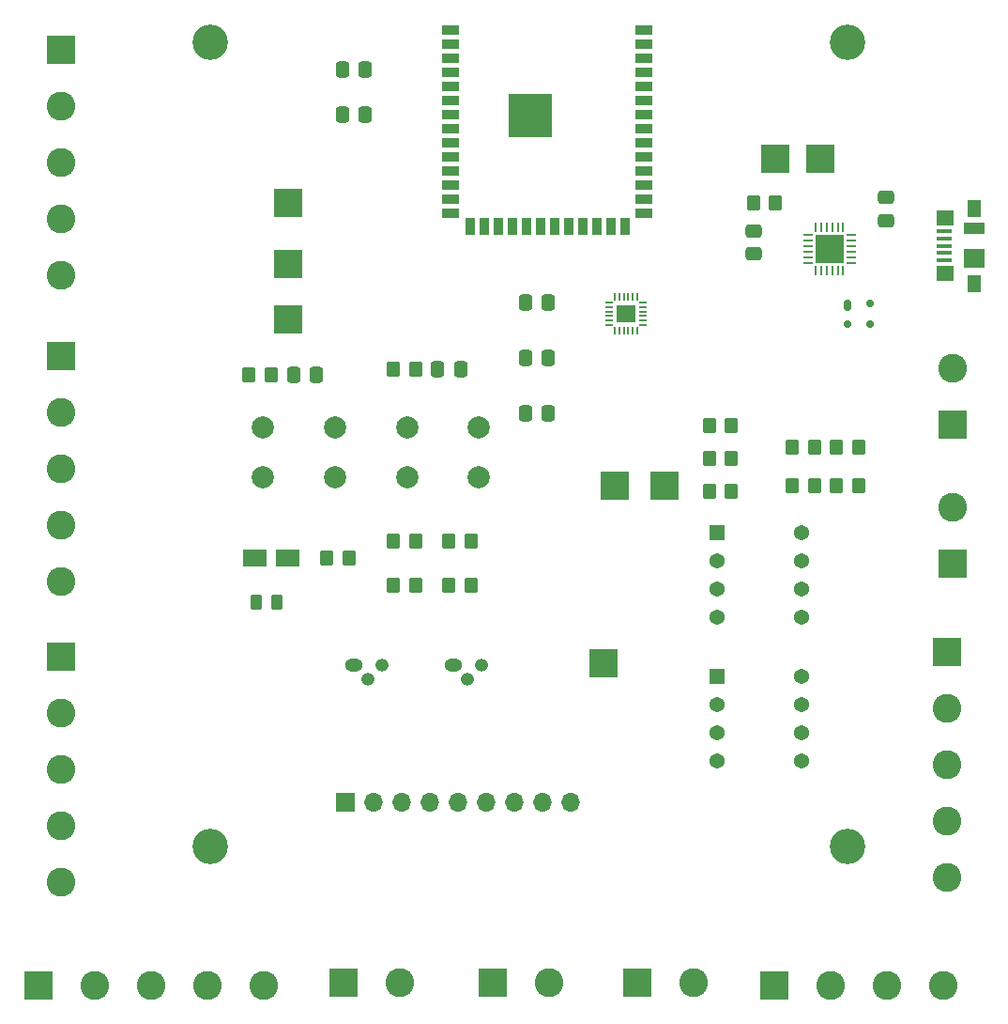
<source format=gbr>
%TF.GenerationSoftware,KiCad,Pcbnew,8.0.5*%
%TF.CreationDate,2024-10-29T07:25:13-05:00*%
%TF.ProjectId,Autonomous_Gardening_Rover_v2,4175746f-6e6f-46d6-9f75-735f47617264,rev?*%
%TF.SameCoordinates,Original*%
%TF.FileFunction,Soldermask,Top*%
%TF.FilePolarity,Negative*%
%FSLAX46Y46*%
G04 Gerber Fmt 4.6, Leading zero omitted, Abs format (unit mm)*
G04 Created by KiCad (PCBNEW 8.0.5) date 2024-10-29 07:25:13*
%MOMM*%
%LPD*%
G01*
G04 APERTURE LIST*
G04 Aperture macros list*
%AMRoundRect*
0 Rectangle with rounded corners*
0 $1 Rounding radius*
0 $2 $3 $4 $5 $6 $7 $8 $9 X,Y pos of 4 corners*
0 Add a 4 corners polygon primitive as box body*
4,1,4,$2,$3,$4,$5,$6,$7,$8,$9,$2,$3,0*
0 Add four circle primitives for the rounded corners*
1,1,$1+$1,$2,$3*
1,1,$1+$1,$4,$5*
1,1,$1+$1,$6,$7*
1,1,$1+$1,$8,$9*
0 Add four rect primitives between the rounded corners*
20,1,$1+$1,$2,$3,$4,$5,0*
20,1,$1+$1,$4,$5,$6,$7,0*
20,1,$1+$1,$6,$7,$8,$9,0*
20,1,$1+$1,$8,$9,$2,$3,0*%
%AMFreePoly0*
4,1,6,1.000000,0.000000,0.500000,-0.750000,-0.500000,-0.750000,-0.500000,0.750000,0.500000,0.750000,1.000000,0.000000,1.000000,0.000000,$1*%
G04 Aperture macros list end*
%ADD10RoundRect,0.250000X-0.350000X-0.450000X0.350000X-0.450000X0.350000X0.450000X-0.350000X0.450000X0*%
%ADD11R,2.600000X2.600000*%
%ADD12C,2.600000*%
%ADD13R,1.371600X1.371600*%
%ADD14C,1.371600*%
%ADD15C,2.000000*%
%ADD16C,3.200000*%
%ADD17RoundRect,0.250000X-0.337500X-0.475000X0.337500X-0.475000X0.337500X0.475000X-0.337500X0.475000X0*%
%ADD18O,1.600000X1.200000*%
%ADD19O,1.200000X1.200000*%
%ADD20R,2.500000X2.500000*%
%ADD21FreePoly0,180.000000*%
%ADD22FreePoly0,0.000000*%
%ADD23R,1.500000X1.500000*%
%ADD24RoundRect,0.175000X-0.175000X-0.325000X0.175000X-0.325000X0.175000X0.325000X-0.175000X0.325000X0*%
%ADD25RoundRect,0.150000X-0.200000X-0.150000X0.200000X-0.150000X0.200000X0.150000X-0.200000X0.150000X0*%
%ADD26R,1.500000X0.900000*%
%ADD27R,0.900000X1.500000*%
%ADD28C,0.600000*%
%ADD29R,3.900000X3.900000*%
%ADD30RoundRect,0.250000X-0.262500X-0.450000X0.262500X-0.450000X0.262500X0.450000X-0.262500X0.450000X0*%
%ADD31RoundRect,0.250000X0.337500X0.475000X-0.337500X0.475000X-0.337500X-0.475000X0.337500X-0.475000X0*%
%ADD32R,0.660400X0.203200*%
%ADD33R,0.203200X0.660400*%
%ADD34R,1.752600X1.600200*%
%ADD35RoundRect,0.062500X0.062500X0.350000X-0.062500X0.350000X-0.062500X-0.350000X0.062500X-0.350000X0*%
%ADD36RoundRect,0.062500X0.350000X0.062500X-0.350000X0.062500X-0.350000X-0.062500X0.350000X-0.062500X0*%
%ADD37RoundRect,0.250000X-0.475000X0.337500X-0.475000X-0.337500X0.475000X-0.337500X0.475000X0.337500X0*%
%ADD38R,1.700000X1.700000*%
%ADD39O,1.700000X1.700000*%
%ADD40R,1.300000X1.650000*%
%ADD41R,1.550000X1.425000*%
%ADD42R,1.900000X1.000000*%
%ADD43R,1.900000X1.800000*%
%ADD44R,1.380000X0.450000*%
G04 APERTURE END LIST*
D10*
%TO.C,R9*%
X99500000Y-53000000D03*
X101500000Y-53000000D03*
%TD*%
D11*
%TO.C,J3*%
X37000000Y-39180000D03*
D12*
X37000000Y-44260000D03*
X37000000Y-49340000D03*
X37000000Y-54420000D03*
X37000000Y-59500000D03*
%TD*%
D13*
%TO.C,U3*%
X96190000Y-82690000D03*
D14*
X96190000Y-85230000D03*
X96190000Y-87770000D03*
X96190000Y-90310000D03*
X103810000Y-90310000D03*
X103810000Y-87770000D03*
X103810000Y-85230000D03*
X103810000Y-82690000D03*
%TD*%
D13*
%TO.C,U4*%
X96190000Y-95690000D03*
D14*
X96190000Y-98230000D03*
X96190000Y-100770000D03*
X96190000Y-103310000D03*
X103810000Y-103310000D03*
X103810000Y-100770000D03*
X103810000Y-98230000D03*
X103810000Y-95690000D03*
%TD*%
D15*
%TO.C,SW2*%
X74750000Y-77750000D03*
X68250000Y-77750000D03*
X74750000Y-73250000D03*
X68250000Y-73250000D03*
%TD*%
%TO.C,SW1*%
X61750000Y-77750000D03*
X55250000Y-77750000D03*
X61750000Y-73250000D03*
X55250000Y-73250000D03*
%TD*%
D11*
%TO.C,J8*%
X62535000Y-123305000D03*
D12*
X67615000Y-123305000D03*
%TD*%
D11*
%TO.C,J6*%
X75955000Y-123305000D03*
D12*
X81035000Y-123305000D03*
%TD*%
D11*
%TO.C,J5*%
X89035000Y-123305000D03*
D12*
X94115000Y-123305000D03*
%TD*%
%TO.C,J4*%
X117500000Y-80420000D03*
D11*
X117500000Y-85500000D03*
%TD*%
D12*
%TO.C,J1*%
X37000000Y-87160000D03*
X37000000Y-82080000D03*
X37000000Y-77000000D03*
X37000000Y-71920000D03*
D11*
X37000000Y-66840000D03*
%TD*%
D12*
%TO.C,J11*%
X117500000Y-67920000D03*
D11*
X117500000Y-73000000D03*
%TD*%
D16*
%TO.C,H1*%
X50500000Y-38500000D03*
%TD*%
D12*
%TO.C,J24*%
X116660000Y-123500000D03*
X111580000Y-123500000D03*
X106500000Y-123500000D03*
D11*
X101420000Y-123500000D03*
%TD*%
D17*
%TO.C,C2*%
X62425000Y-41000000D03*
X64500000Y-41000000D03*
%TD*%
D10*
%TO.C,R5*%
X72000000Y-83500000D03*
X74000000Y-83500000D03*
%TD*%
%TO.C,R6*%
X67000000Y-83500000D03*
X69000000Y-83500000D03*
%TD*%
D18*
%TO.C,Q1*%
X72414724Y-94684724D03*
D19*
X73684724Y-95954724D03*
X74954724Y-94684724D03*
%TD*%
D12*
%TO.C,J7*%
X117000000Y-113820000D03*
X117000000Y-108740000D03*
X117000000Y-103660000D03*
X117000000Y-98580000D03*
D11*
X117000000Y-93500000D03*
%TD*%
D20*
%TO.C,TP4*%
X105500000Y-49000000D03*
%TD*%
D10*
%TO.C,R4*%
X61000000Y-85000000D03*
X63000000Y-85000000D03*
%TD*%
D16*
%TO.C,H3*%
X50500000Y-111000000D03*
%TD*%
D21*
%TO.C,JP1*%
X58000000Y-85000000D03*
D22*
X54000000Y-85000000D03*
D23*
X57200000Y-85000000D03*
X54800000Y-85000000D03*
%TD*%
D10*
%TO.C,R27*%
X95500000Y-78950000D03*
X97500000Y-78950000D03*
%TD*%
%TO.C,R1*%
X54000000Y-68500000D03*
X56000000Y-68500000D03*
%TD*%
D12*
%TO.C,J12*%
X55320000Y-123500000D03*
X50240000Y-123500000D03*
X45160000Y-123500000D03*
X40080000Y-123500000D03*
D11*
X35000000Y-123500000D03*
%TD*%
D24*
%TO.C,D4*%
X108000000Y-62250000D03*
D25*
X108000000Y-63950000D03*
X110000000Y-63950000D03*
X110000000Y-62050000D03*
%TD*%
D10*
%TO.C,R21*%
X107000000Y-75000000D03*
X109000000Y-75000000D03*
%TD*%
D26*
%TO.C,U1*%
X72150000Y-37380000D03*
X72150000Y-38650000D03*
X72150000Y-39920000D03*
X72150000Y-41190000D03*
X72150000Y-42460000D03*
X72150000Y-43730000D03*
X72150000Y-45000000D03*
X72150000Y-46270000D03*
X72150000Y-47540000D03*
X72150000Y-48810000D03*
X72150000Y-50080000D03*
X72150000Y-51350000D03*
X72150000Y-52620000D03*
X72150000Y-53890000D03*
D27*
X73915000Y-55140000D03*
X75185000Y-55140000D03*
X76455000Y-55140000D03*
X77725000Y-55140000D03*
X78995000Y-55140000D03*
X80265000Y-55140000D03*
X81535000Y-55140000D03*
X82805000Y-55140000D03*
X84075000Y-55140000D03*
X85345000Y-55140000D03*
X86615000Y-55140000D03*
X87885000Y-55140000D03*
D26*
X89650000Y-53890000D03*
X89650000Y-52620000D03*
X89650000Y-51350000D03*
X89650000Y-50080000D03*
X89650000Y-48810000D03*
X89650000Y-47540000D03*
X89650000Y-46270000D03*
X89650000Y-45000000D03*
X89650000Y-43730000D03*
X89650000Y-42460000D03*
X89650000Y-41190000D03*
X89650000Y-39920000D03*
X89650000Y-38650000D03*
X89650000Y-37380000D03*
D28*
X78000000Y-44400000D03*
X78000000Y-45800000D03*
X78700000Y-43700000D03*
X78700000Y-45100000D03*
X78700000Y-46500000D03*
X79400000Y-44400000D03*
D29*
X79400000Y-45100000D03*
D28*
X79400000Y-45800000D03*
X80100000Y-43700000D03*
X80100000Y-45100000D03*
X80100000Y-46500000D03*
X80800000Y-44400000D03*
X80800000Y-45800000D03*
%TD*%
D30*
%TO.C,R3*%
X54675000Y-89000000D03*
X56500000Y-89000000D03*
%TD*%
D10*
%TO.C,R7*%
X67000000Y-87500000D03*
X69000000Y-87500000D03*
%TD*%
D31*
%TO.C,C16*%
X81000000Y-72000000D03*
X78925000Y-72000000D03*
%TD*%
D17*
%TO.C,C4*%
X71000000Y-68000000D03*
X73075000Y-68000000D03*
%TD*%
D20*
%TO.C,TP5*%
X86000000Y-94500000D03*
%TD*%
D17*
%TO.C,C17*%
X78925000Y-67000000D03*
X81000000Y-67000000D03*
%TD*%
D32*
%TO.C,U6*%
X86476000Y-61999999D03*
X86476000Y-62400001D03*
X86476000Y-62800000D03*
X86476000Y-63200000D03*
X86476000Y-63599999D03*
X86476000Y-64000001D03*
D33*
X86999999Y-64524000D03*
X87400001Y-64524000D03*
X87800000Y-64524000D03*
X88200000Y-64524000D03*
X88599999Y-64524000D03*
X89000001Y-64524000D03*
D32*
X89524000Y-64000001D03*
X89524000Y-63599999D03*
X89524000Y-63200000D03*
X89524000Y-62800000D03*
X89524000Y-62400001D03*
X89524000Y-61999999D03*
D33*
X89000001Y-61476000D03*
X88599999Y-61476000D03*
X88200000Y-61476000D03*
X87800000Y-61476000D03*
X87400001Y-61476000D03*
X86999999Y-61476000D03*
D34*
X88000000Y-63000000D03*
%TD*%
D11*
%TO.C,U2*%
X106350000Y-57150000D03*
D35*
X107600000Y-59087500D03*
X107100000Y-59087500D03*
X106600000Y-59087500D03*
X106100000Y-59087500D03*
X105600000Y-59087500D03*
X105100000Y-59087500D03*
D36*
X104412500Y-58400000D03*
X104412500Y-57900000D03*
X104412500Y-57400000D03*
X104412500Y-56900000D03*
X104412500Y-56400000D03*
X104412500Y-55900000D03*
D35*
X105100000Y-55212500D03*
X105600000Y-55212500D03*
X106100000Y-55212500D03*
X106600000Y-55212500D03*
X107100000Y-55212500D03*
X107600000Y-55212500D03*
D36*
X108287500Y-55900000D03*
X108287500Y-56400000D03*
X108287500Y-56900000D03*
X108287500Y-57400000D03*
X108287500Y-57900000D03*
X108287500Y-58400000D03*
%TD*%
D20*
%TO.C,TP1*%
X91500000Y-78500000D03*
%TD*%
D37*
%TO.C,C6*%
X99500000Y-55500000D03*
X99500000Y-57575000D03*
%TD*%
D10*
%TO.C,R24*%
X103000000Y-78500000D03*
X105000000Y-78500000D03*
%TD*%
D20*
%TO.C,TP6*%
X57500000Y-58500000D03*
%TD*%
D10*
%TO.C,R8*%
X72000000Y-87500000D03*
X74000000Y-87500000D03*
%TD*%
D20*
%TO.C,TP9*%
X57500000Y-63500000D03*
%TD*%
D38*
%TO.C,J10*%
X62720000Y-107000000D03*
D39*
X65260000Y-107000000D03*
X67800000Y-107000000D03*
X70340000Y-107000000D03*
X72880000Y-107000000D03*
X75420000Y-107000000D03*
X77960000Y-107000000D03*
X80500000Y-107000000D03*
X83040000Y-107000000D03*
%TD*%
D10*
%TO.C,R2*%
X67000000Y-68000000D03*
X69000000Y-68000000D03*
%TD*%
D20*
%TO.C,TP3*%
X101500000Y-49000000D03*
%TD*%
%TO.C,TP2*%
X87000000Y-78500000D03*
%TD*%
D18*
%TO.C,Q2*%
X63414724Y-94684724D03*
D19*
X64684724Y-95954724D03*
X65954724Y-94684724D03*
%TD*%
D10*
%TO.C,R25*%
X95500000Y-73050000D03*
X97500000Y-73050000D03*
%TD*%
D31*
%TO.C,C15*%
X81000000Y-62000000D03*
X78925000Y-62000000D03*
%TD*%
D17*
%TO.C,C1*%
X62425000Y-45000000D03*
X64500000Y-45000000D03*
%TD*%
D37*
%TO.C,C5*%
X111500000Y-52500000D03*
X111500000Y-54575000D03*
%TD*%
D16*
%TO.C,H2*%
X108000000Y-111000000D03*
%TD*%
D10*
%TO.C,R26*%
X95500000Y-76000000D03*
X97500000Y-76000000D03*
%TD*%
%TO.C,R22*%
X107000000Y-78500000D03*
X109000000Y-78500000D03*
%TD*%
%TO.C,R23*%
X103000000Y-75000000D03*
X105000000Y-75000000D03*
%TD*%
D17*
%TO.C,C3*%
X60075000Y-68500000D03*
X58000000Y-68500000D03*
%TD*%
D40*
%TO.C,J2*%
X119400000Y-53500000D03*
D41*
X116825000Y-54387500D03*
D42*
X119400000Y-55325000D03*
D43*
X119400000Y-58025000D03*
D41*
X116825000Y-59362500D03*
D40*
X119400000Y-60250000D03*
D44*
X116740000Y-55575000D03*
X116740000Y-56225000D03*
X116740000Y-56875000D03*
X116740000Y-57525000D03*
X116740000Y-58175000D03*
%TD*%
D12*
%TO.C,J14*%
X37000000Y-114240000D03*
X37000000Y-109160000D03*
X37000000Y-104080000D03*
X37000000Y-99000000D03*
D11*
X37000000Y-93920000D03*
%TD*%
D20*
%TO.C,TP7*%
X57500000Y-53000000D03*
%TD*%
D16*
%TO.C,H4*%
X108000000Y-38500000D03*
%TD*%
M02*

</source>
